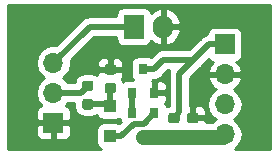
<source format=gtl>
G04 #@! TF.GenerationSoftware,KiCad,Pcbnew,6.0.0-rc1-unknown-6d2dfbb~65~ubuntu18.04.1*
G04 #@! TF.CreationDate,2018-07-21T00:59:14-07:00*
G04 #@! TF.ProjectId,ZProbe,5A50726F62652E6B696361645F706362,rev?*
G04 #@! TF.SameCoordinates,Original*
G04 #@! TF.FileFunction,Copper,L1,Top,Signal*
G04 #@! TF.FilePolarity,Positive*
%FSLAX46Y46*%
G04 Gerber Fmt 4.6, Leading zero omitted, Abs format (unit mm)*
G04 Created by KiCad (PCBNEW 6.0.0-rc1-unknown-6d2dfbb~65~ubuntu18.04.1) date Sat Jul 21 00:59:14 2018*
%MOMM*%
%LPD*%
G01*
G04 APERTURE LIST*
G04 #@! TA.AperFunction,Conductor*
%ADD10C,0.100000*%
G04 #@! TD*
G04 #@! TA.AperFunction,SMDPad,CuDef*
%ADD11C,0.875000*%
G04 #@! TD*
G04 #@! TA.AperFunction,ComponentPad*
%ADD12R,1.700000X2.000000*%
G04 #@! TD*
G04 #@! TA.AperFunction,ComponentPad*
%ADD13O,1.700000X2.000000*%
G04 #@! TD*
G04 #@! TA.AperFunction,ComponentPad*
%ADD14R,1.700000X1.700000*%
G04 #@! TD*
G04 #@! TA.AperFunction,ComponentPad*
%ADD15O,1.700000X1.700000*%
G04 #@! TD*
G04 #@! TA.AperFunction,SMDPad,CuDef*
%ADD16R,1.000000X1.000000*%
G04 #@! TD*
G04 #@! TA.AperFunction,SMDPad,CuDef*
%ADD17R,0.800000X0.900000*%
G04 #@! TD*
G04 #@! TA.AperFunction,ViaPad*
%ADD18C,0.800000*%
G04 #@! TD*
G04 #@! TA.AperFunction,Conductor*
%ADD19C,0.508000*%
G04 #@! TD*
G04 #@! TA.AperFunction,Conductor*
%ADD20C,1.270000*%
G04 #@! TD*
G04 #@! TA.AperFunction,Conductor*
%ADD21C,0.254000*%
G04 #@! TD*
G04 APERTURE END LIST*
D10*
G04 #@! TO.N,+5V*
G04 #@! TO.C,C2*
G36*
X101577691Y-57363553D02*
X101598926Y-57366703D01*
X101619750Y-57371919D01*
X101639962Y-57379151D01*
X101659368Y-57388330D01*
X101677781Y-57399366D01*
X101695024Y-57412154D01*
X101710930Y-57426570D01*
X101725346Y-57442476D01*
X101738134Y-57459719D01*
X101749170Y-57478132D01*
X101758349Y-57497538D01*
X101765581Y-57517750D01*
X101770797Y-57538574D01*
X101773947Y-57559809D01*
X101775000Y-57581250D01*
X101775000Y-58018750D01*
X101773947Y-58040191D01*
X101770797Y-58061426D01*
X101765581Y-58082250D01*
X101758349Y-58102462D01*
X101749170Y-58121868D01*
X101738134Y-58140281D01*
X101725346Y-58157524D01*
X101710930Y-58173430D01*
X101695024Y-58187846D01*
X101677781Y-58200634D01*
X101659368Y-58211670D01*
X101639962Y-58220849D01*
X101619750Y-58228081D01*
X101598926Y-58233297D01*
X101577691Y-58236447D01*
X101556250Y-58237500D01*
X101043750Y-58237500D01*
X101022309Y-58236447D01*
X101001074Y-58233297D01*
X100980250Y-58228081D01*
X100960038Y-58220849D01*
X100940632Y-58211670D01*
X100922219Y-58200634D01*
X100904976Y-58187846D01*
X100889070Y-58173430D01*
X100874654Y-58157524D01*
X100861866Y-58140281D01*
X100850830Y-58121868D01*
X100841651Y-58102462D01*
X100834419Y-58082250D01*
X100829203Y-58061426D01*
X100826053Y-58040191D01*
X100825000Y-58018750D01*
X100825000Y-57581250D01*
X100826053Y-57559809D01*
X100829203Y-57538574D01*
X100834419Y-57517750D01*
X100841651Y-57497538D01*
X100850830Y-57478132D01*
X100861866Y-57459719D01*
X100874654Y-57442476D01*
X100889070Y-57426570D01*
X100904976Y-57412154D01*
X100922219Y-57399366D01*
X100940632Y-57388330D01*
X100960038Y-57379151D01*
X100980250Y-57371919D01*
X101001074Y-57366703D01*
X101022309Y-57363553D01*
X101043750Y-57362500D01*
X101556250Y-57362500D01*
X101577691Y-57363553D01*
X101577691Y-57363553D01*
G37*
D11*
G04 #@! TD*
G04 #@! TO.P,C2,1*
G04 #@! TO.N,+5V*
X101300000Y-57800000D03*
D10*
G04 #@! TO.N,GND*
G04 #@! TO.C,C2*
G36*
X101577691Y-55788553D02*
X101598926Y-55791703D01*
X101619750Y-55796919D01*
X101639962Y-55804151D01*
X101659368Y-55813330D01*
X101677781Y-55824366D01*
X101695024Y-55837154D01*
X101710930Y-55851570D01*
X101725346Y-55867476D01*
X101738134Y-55884719D01*
X101749170Y-55903132D01*
X101758349Y-55922538D01*
X101765581Y-55942750D01*
X101770797Y-55963574D01*
X101773947Y-55984809D01*
X101775000Y-56006250D01*
X101775000Y-56443750D01*
X101773947Y-56465191D01*
X101770797Y-56486426D01*
X101765581Y-56507250D01*
X101758349Y-56527462D01*
X101749170Y-56546868D01*
X101738134Y-56565281D01*
X101725346Y-56582524D01*
X101710930Y-56598430D01*
X101695024Y-56612846D01*
X101677781Y-56625634D01*
X101659368Y-56636670D01*
X101639962Y-56645849D01*
X101619750Y-56653081D01*
X101598926Y-56658297D01*
X101577691Y-56661447D01*
X101556250Y-56662500D01*
X101043750Y-56662500D01*
X101022309Y-56661447D01*
X101001074Y-56658297D01*
X100980250Y-56653081D01*
X100960038Y-56645849D01*
X100940632Y-56636670D01*
X100922219Y-56625634D01*
X100904976Y-56612846D01*
X100889070Y-56598430D01*
X100874654Y-56582524D01*
X100861866Y-56565281D01*
X100850830Y-56546868D01*
X100841651Y-56527462D01*
X100834419Y-56507250D01*
X100829203Y-56486426D01*
X100826053Y-56465191D01*
X100825000Y-56443750D01*
X100825000Y-56006250D01*
X100826053Y-55984809D01*
X100829203Y-55963574D01*
X100834419Y-55942750D01*
X100841651Y-55922538D01*
X100850830Y-55903132D01*
X100861866Y-55884719D01*
X100874654Y-55867476D01*
X100889070Y-55851570D01*
X100904976Y-55837154D01*
X100922219Y-55824366D01*
X100940632Y-55813330D01*
X100960038Y-55804151D01*
X100980250Y-55796919D01*
X101001074Y-55791703D01*
X101022309Y-55788553D01*
X101043750Y-55787500D01*
X101556250Y-55787500D01*
X101577691Y-55788553D01*
X101577691Y-55788553D01*
G37*
D11*
G04 #@! TD*
G04 #@! TO.P,C2,2*
G04 #@! TO.N,GND*
X101300000Y-56225000D03*
D12*
G04 #@! TO.P,J2,1*
G04 #@! TO.N,Net-(J1-Pad3)*
X96300000Y-48500000D03*
D13*
G04 #@! TO.P,J2,2*
G04 #@! TO.N,GND*
X98800000Y-48500000D03*
G04 #@! TD*
D14*
G04 #@! TO.P,J1,1*
G04 #@! TO.N,GND*
X89500000Y-56640000D03*
D15*
G04 #@! TO.P,J1,2*
G04 #@! TO.N,Net-(J1-Pad2)*
X89500000Y-54100000D03*
G04 #@! TO.P,J1,3*
G04 #@! TO.N,Net-(J1-Pad3)*
X89500000Y-51560000D03*
G04 #@! TD*
D14*
G04 #@! TO.P,J3,1*
G04 #@! TO.N,Net-(J3-Pad1)*
X104000000Y-50000000D03*
D15*
G04 #@! TO.P,J3,2*
G04 #@! TO.N,GND*
X104000000Y-52540000D03*
G04 #@! TO.P,J3,3*
G04 #@! TO.N,Net-(J3-Pad3)*
X104000000Y-55080000D03*
G04 #@! TO.P,J3,4*
G04 #@! TO.N,+5V*
X104000000Y-57620000D03*
G04 #@! TD*
D10*
G04 #@! TO.N,Net-(C1-Pad1)*
G04 #@! TO.C,C1*
G36*
X94590191Y-53251053D02*
X94611426Y-53254203D01*
X94632250Y-53259419D01*
X94652462Y-53266651D01*
X94671868Y-53275830D01*
X94690281Y-53286866D01*
X94707524Y-53299654D01*
X94723430Y-53314070D01*
X94737846Y-53329976D01*
X94750634Y-53347219D01*
X94761670Y-53365632D01*
X94770849Y-53385038D01*
X94778081Y-53405250D01*
X94783297Y-53426074D01*
X94786447Y-53447309D01*
X94787500Y-53468750D01*
X94787500Y-53906250D01*
X94786447Y-53927691D01*
X94783297Y-53948926D01*
X94778081Y-53969750D01*
X94770849Y-53989962D01*
X94761670Y-54009368D01*
X94750634Y-54027781D01*
X94737846Y-54045024D01*
X94723430Y-54060930D01*
X94707524Y-54075346D01*
X94690281Y-54088134D01*
X94671868Y-54099170D01*
X94652462Y-54108349D01*
X94632250Y-54115581D01*
X94611426Y-54120797D01*
X94590191Y-54123947D01*
X94568750Y-54125000D01*
X94056250Y-54125000D01*
X94034809Y-54123947D01*
X94013574Y-54120797D01*
X93992750Y-54115581D01*
X93972538Y-54108349D01*
X93953132Y-54099170D01*
X93934719Y-54088134D01*
X93917476Y-54075346D01*
X93901570Y-54060930D01*
X93887154Y-54045024D01*
X93874366Y-54027781D01*
X93863330Y-54009368D01*
X93854151Y-53989962D01*
X93846919Y-53969750D01*
X93841703Y-53948926D01*
X93838553Y-53927691D01*
X93837500Y-53906250D01*
X93837500Y-53468750D01*
X93838553Y-53447309D01*
X93841703Y-53426074D01*
X93846919Y-53405250D01*
X93854151Y-53385038D01*
X93863330Y-53365632D01*
X93874366Y-53347219D01*
X93887154Y-53329976D01*
X93901570Y-53314070D01*
X93917476Y-53299654D01*
X93934719Y-53286866D01*
X93953132Y-53275830D01*
X93972538Y-53266651D01*
X93992750Y-53259419D01*
X94013574Y-53254203D01*
X94034809Y-53251053D01*
X94056250Y-53250000D01*
X94568750Y-53250000D01*
X94590191Y-53251053D01*
X94590191Y-53251053D01*
G37*
D11*
G04 #@! TD*
G04 #@! TO.P,C1,1*
G04 #@! TO.N,Net-(C1-Pad1)*
X94312500Y-53687500D03*
D10*
G04 #@! TO.N,GND*
G04 #@! TO.C,C1*
G36*
X94590191Y-51676053D02*
X94611426Y-51679203D01*
X94632250Y-51684419D01*
X94652462Y-51691651D01*
X94671868Y-51700830D01*
X94690281Y-51711866D01*
X94707524Y-51724654D01*
X94723430Y-51739070D01*
X94737846Y-51754976D01*
X94750634Y-51772219D01*
X94761670Y-51790632D01*
X94770849Y-51810038D01*
X94778081Y-51830250D01*
X94783297Y-51851074D01*
X94786447Y-51872309D01*
X94787500Y-51893750D01*
X94787500Y-52331250D01*
X94786447Y-52352691D01*
X94783297Y-52373926D01*
X94778081Y-52394750D01*
X94770849Y-52414962D01*
X94761670Y-52434368D01*
X94750634Y-52452781D01*
X94737846Y-52470024D01*
X94723430Y-52485930D01*
X94707524Y-52500346D01*
X94690281Y-52513134D01*
X94671868Y-52524170D01*
X94652462Y-52533349D01*
X94632250Y-52540581D01*
X94611426Y-52545797D01*
X94590191Y-52548947D01*
X94568750Y-52550000D01*
X94056250Y-52550000D01*
X94034809Y-52548947D01*
X94013574Y-52545797D01*
X93992750Y-52540581D01*
X93972538Y-52533349D01*
X93953132Y-52524170D01*
X93934719Y-52513134D01*
X93917476Y-52500346D01*
X93901570Y-52485930D01*
X93887154Y-52470024D01*
X93874366Y-52452781D01*
X93863330Y-52434368D01*
X93854151Y-52414962D01*
X93846919Y-52394750D01*
X93841703Y-52373926D01*
X93838553Y-52352691D01*
X93837500Y-52331250D01*
X93837500Y-51893750D01*
X93838553Y-51872309D01*
X93841703Y-51851074D01*
X93846919Y-51830250D01*
X93854151Y-51810038D01*
X93863330Y-51790632D01*
X93874366Y-51772219D01*
X93887154Y-51754976D01*
X93901570Y-51739070D01*
X93917476Y-51724654D01*
X93934719Y-51711866D01*
X93953132Y-51700830D01*
X93972538Y-51691651D01*
X93992750Y-51684419D01*
X94013574Y-51679203D01*
X94034809Y-51676053D01*
X94056250Y-51675000D01*
X94568750Y-51675000D01*
X94590191Y-51676053D01*
X94590191Y-51676053D01*
G37*
D11*
G04 #@! TD*
G04 #@! TO.P,C1,2*
G04 #@! TO.N,GND*
X94312500Y-52112500D03*
D16*
G04 #@! TO.P,D1,1*
G04 #@! TO.N,Net-(C1-Pad1)*
X94250000Y-55250000D03*
G04 #@! TO.P,D1,2*
G04 #@! TO.N,Net-(D1-Pad2)*
X94250000Y-57750000D03*
G04 #@! TD*
D17*
G04 #@! TO.P,Q2,3*
G04 #@! TO.N,Net-(J3-Pad1)*
X97100000Y-52100000D03*
G04 #@! TO.P,Q2,2*
G04 #@! TO.N,GND*
X98050000Y-54100000D03*
G04 #@! TO.P,Q2,1*
G04 #@! TO.N,Net-(Q1-Pad2)*
X96150000Y-54100000D03*
G04 #@! TD*
G04 #@! TO.P,Q1,1*
G04 #@! TO.N,Net-(D1-Pad2)*
X98050000Y-55800000D03*
G04 #@! TO.P,Q1,2*
G04 #@! TO.N,Net-(Q1-Pad2)*
X96150000Y-55800000D03*
G04 #@! TO.P,Q1,3*
G04 #@! TO.N,+5V*
X97100000Y-57800000D03*
G04 #@! TD*
D10*
G04 #@! TO.N,Net-(J3-Pad1)*
G04 #@! TO.C,R2*
G36*
X99977691Y-55788553D02*
X99998926Y-55791703D01*
X100019750Y-55796919D01*
X100039962Y-55804151D01*
X100059368Y-55813330D01*
X100077781Y-55824366D01*
X100095024Y-55837154D01*
X100110930Y-55851570D01*
X100125346Y-55867476D01*
X100138134Y-55884719D01*
X100149170Y-55903132D01*
X100158349Y-55922538D01*
X100165581Y-55942750D01*
X100170797Y-55963574D01*
X100173947Y-55984809D01*
X100175000Y-56006250D01*
X100175000Y-56443750D01*
X100173947Y-56465191D01*
X100170797Y-56486426D01*
X100165581Y-56507250D01*
X100158349Y-56527462D01*
X100149170Y-56546868D01*
X100138134Y-56565281D01*
X100125346Y-56582524D01*
X100110930Y-56598430D01*
X100095024Y-56612846D01*
X100077781Y-56625634D01*
X100059368Y-56636670D01*
X100039962Y-56645849D01*
X100019750Y-56653081D01*
X99998926Y-56658297D01*
X99977691Y-56661447D01*
X99956250Y-56662500D01*
X99443750Y-56662500D01*
X99422309Y-56661447D01*
X99401074Y-56658297D01*
X99380250Y-56653081D01*
X99360038Y-56645849D01*
X99340632Y-56636670D01*
X99322219Y-56625634D01*
X99304976Y-56612846D01*
X99289070Y-56598430D01*
X99274654Y-56582524D01*
X99261866Y-56565281D01*
X99250830Y-56546868D01*
X99241651Y-56527462D01*
X99234419Y-56507250D01*
X99229203Y-56486426D01*
X99226053Y-56465191D01*
X99225000Y-56443750D01*
X99225000Y-56006250D01*
X99226053Y-55984809D01*
X99229203Y-55963574D01*
X99234419Y-55942750D01*
X99241651Y-55922538D01*
X99250830Y-55903132D01*
X99261866Y-55884719D01*
X99274654Y-55867476D01*
X99289070Y-55851570D01*
X99304976Y-55837154D01*
X99322219Y-55824366D01*
X99340632Y-55813330D01*
X99360038Y-55804151D01*
X99380250Y-55796919D01*
X99401074Y-55791703D01*
X99422309Y-55788553D01*
X99443750Y-55787500D01*
X99956250Y-55787500D01*
X99977691Y-55788553D01*
X99977691Y-55788553D01*
G37*
D11*
G04 #@! TD*
G04 #@! TO.P,R2,2*
G04 #@! TO.N,Net-(J3-Pad1)*
X99700000Y-56225000D03*
D10*
G04 #@! TO.N,+5V*
G04 #@! TO.C,R2*
G36*
X99977691Y-57363553D02*
X99998926Y-57366703D01*
X100019750Y-57371919D01*
X100039962Y-57379151D01*
X100059368Y-57388330D01*
X100077781Y-57399366D01*
X100095024Y-57412154D01*
X100110930Y-57426570D01*
X100125346Y-57442476D01*
X100138134Y-57459719D01*
X100149170Y-57478132D01*
X100158349Y-57497538D01*
X100165581Y-57517750D01*
X100170797Y-57538574D01*
X100173947Y-57559809D01*
X100175000Y-57581250D01*
X100175000Y-58018750D01*
X100173947Y-58040191D01*
X100170797Y-58061426D01*
X100165581Y-58082250D01*
X100158349Y-58102462D01*
X100149170Y-58121868D01*
X100138134Y-58140281D01*
X100125346Y-58157524D01*
X100110930Y-58173430D01*
X100095024Y-58187846D01*
X100077781Y-58200634D01*
X100059368Y-58211670D01*
X100039962Y-58220849D01*
X100019750Y-58228081D01*
X99998926Y-58233297D01*
X99977691Y-58236447D01*
X99956250Y-58237500D01*
X99443750Y-58237500D01*
X99422309Y-58236447D01*
X99401074Y-58233297D01*
X99380250Y-58228081D01*
X99360038Y-58220849D01*
X99340632Y-58211670D01*
X99322219Y-58200634D01*
X99304976Y-58187846D01*
X99289070Y-58173430D01*
X99274654Y-58157524D01*
X99261866Y-58140281D01*
X99250830Y-58121868D01*
X99241651Y-58102462D01*
X99234419Y-58082250D01*
X99229203Y-58061426D01*
X99226053Y-58040191D01*
X99225000Y-58018750D01*
X99225000Y-57581250D01*
X99226053Y-57559809D01*
X99229203Y-57538574D01*
X99234419Y-57517750D01*
X99241651Y-57497538D01*
X99250830Y-57478132D01*
X99261866Y-57459719D01*
X99274654Y-57442476D01*
X99289070Y-57426570D01*
X99304976Y-57412154D01*
X99322219Y-57399366D01*
X99340632Y-57388330D01*
X99360038Y-57379151D01*
X99380250Y-57371919D01*
X99401074Y-57366703D01*
X99422309Y-57363553D01*
X99443750Y-57362500D01*
X99956250Y-57362500D01*
X99977691Y-57363553D01*
X99977691Y-57363553D01*
G37*
D11*
G04 #@! TD*
G04 #@! TO.P,R2,1*
G04 #@! TO.N,+5V*
X99700000Y-57800000D03*
D10*
G04 #@! TO.N,Net-(C1-Pad1)*
G04 #@! TO.C,R1*
G36*
X92677691Y-54638553D02*
X92698926Y-54641703D01*
X92719750Y-54646919D01*
X92739962Y-54654151D01*
X92759368Y-54663330D01*
X92777781Y-54674366D01*
X92795024Y-54687154D01*
X92810930Y-54701570D01*
X92825346Y-54717476D01*
X92838134Y-54734719D01*
X92849170Y-54753132D01*
X92858349Y-54772538D01*
X92865581Y-54792750D01*
X92870797Y-54813574D01*
X92873947Y-54834809D01*
X92875000Y-54856250D01*
X92875000Y-55293750D01*
X92873947Y-55315191D01*
X92870797Y-55336426D01*
X92865581Y-55357250D01*
X92858349Y-55377462D01*
X92849170Y-55396868D01*
X92838134Y-55415281D01*
X92825346Y-55432524D01*
X92810930Y-55448430D01*
X92795024Y-55462846D01*
X92777781Y-55475634D01*
X92759368Y-55486670D01*
X92739962Y-55495849D01*
X92719750Y-55503081D01*
X92698926Y-55508297D01*
X92677691Y-55511447D01*
X92656250Y-55512500D01*
X92143750Y-55512500D01*
X92122309Y-55511447D01*
X92101074Y-55508297D01*
X92080250Y-55503081D01*
X92060038Y-55495849D01*
X92040632Y-55486670D01*
X92022219Y-55475634D01*
X92004976Y-55462846D01*
X91989070Y-55448430D01*
X91974654Y-55432524D01*
X91961866Y-55415281D01*
X91950830Y-55396868D01*
X91941651Y-55377462D01*
X91934419Y-55357250D01*
X91929203Y-55336426D01*
X91926053Y-55315191D01*
X91925000Y-55293750D01*
X91925000Y-54856250D01*
X91926053Y-54834809D01*
X91929203Y-54813574D01*
X91934419Y-54792750D01*
X91941651Y-54772538D01*
X91950830Y-54753132D01*
X91961866Y-54734719D01*
X91974654Y-54717476D01*
X91989070Y-54701570D01*
X92004976Y-54687154D01*
X92022219Y-54674366D01*
X92040632Y-54663330D01*
X92060038Y-54654151D01*
X92080250Y-54646919D01*
X92101074Y-54641703D01*
X92122309Y-54638553D01*
X92143750Y-54637500D01*
X92656250Y-54637500D01*
X92677691Y-54638553D01*
X92677691Y-54638553D01*
G37*
D11*
G04 #@! TD*
G04 #@! TO.P,R1,1*
G04 #@! TO.N,Net-(C1-Pad1)*
X92400000Y-55075000D03*
D10*
G04 #@! TO.N,Net-(J1-Pad2)*
G04 #@! TO.C,R1*
G36*
X92677691Y-53063553D02*
X92698926Y-53066703D01*
X92719750Y-53071919D01*
X92739962Y-53079151D01*
X92759368Y-53088330D01*
X92777781Y-53099366D01*
X92795024Y-53112154D01*
X92810930Y-53126570D01*
X92825346Y-53142476D01*
X92838134Y-53159719D01*
X92849170Y-53178132D01*
X92858349Y-53197538D01*
X92865581Y-53217750D01*
X92870797Y-53238574D01*
X92873947Y-53259809D01*
X92875000Y-53281250D01*
X92875000Y-53718750D01*
X92873947Y-53740191D01*
X92870797Y-53761426D01*
X92865581Y-53782250D01*
X92858349Y-53802462D01*
X92849170Y-53821868D01*
X92838134Y-53840281D01*
X92825346Y-53857524D01*
X92810930Y-53873430D01*
X92795024Y-53887846D01*
X92777781Y-53900634D01*
X92759368Y-53911670D01*
X92739962Y-53920849D01*
X92719750Y-53928081D01*
X92698926Y-53933297D01*
X92677691Y-53936447D01*
X92656250Y-53937500D01*
X92143750Y-53937500D01*
X92122309Y-53936447D01*
X92101074Y-53933297D01*
X92080250Y-53928081D01*
X92060038Y-53920849D01*
X92040632Y-53911670D01*
X92022219Y-53900634D01*
X92004976Y-53887846D01*
X91989070Y-53873430D01*
X91974654Y-53857524D01*
X91961866Y-53840281D01*
X91950830Y-53821868D01*
X91941651Y-53802462D01*
X91934419Y-53782250D01*
X91929203Y-53761426D01*
X91926053Y-53740191D01*
X91925000Y-53718750D01*
X91925000Y-53281250D01*
X91926053Y-53259809D01*
X91929203Y-53238574D01*
X91934419Y-53217750D01*
X91941651Y-53197538D01*
X91950830Y-53178132D01*
X91961866Y-53159719D01*
X91974654Y-53142476D01*
X91989070Y-53126570D01*
X92004976Y-53112154D01*
X92022219Y-53099366D01*
X92040632Y-53088330D01*
X92060038Y-53079151D01*
X92080250Y-53071919D01*
X92101074Y-53066703D01*
X92122309Y-53063553D01*
X92143750Y-53062500D01*
X92656250Y-53062500D01*
X92677691Y-53063553D01*
X92677691Y-53063553D01*
G37*
D11*
G04 #@! TD*
G04 #@! TO.P,R1,2*
G04 #@! TO.N,Net-(J1-Pad2)*
X92400000Y-53500000D03*
D18*
G04 #@! TO.N,GND*
X99000000Y-52875000D03*
X92775000Y-50475000D03*
G04 #@! TD*
D19*
G04 #@! TO.N,Net-(C1-Pad1)*
X94075000Y-55075000D02*
X94250000Y-55250000D01*
X92400000Y-55075000D02*
X94075000Y-55075000D01*
X94312500Y-55187500D02*
X94250000Y-55250000D01*
X94312500Y-53687500D02*
X94312500Y-55187500D01*
D20*
G04 #@! TO.N,+5V*
X97100000Y-57800000D02*
X99700000Y-57800000D01*
X99700000Y-57800000D02*
X101300000Y-57800000D01*
X103820000Y-57800000D02*
X104000000Y-57620000D01*
X101300000Y-57800000D02*
X103820000Y-57800000D01*
D19*
G04 #@! TO.N,Net-(D1-Pad2)*
X96303999Y-56704001D02*
X97145999Y-56704001D01*
X95258000Y-57750000D02*
X96303999Y-56704001D01*
X97145999Y-56704001D02*
X98050000Y-55800000D01*
X94250000Y-57750000D02*
X95258000Y-57750000D01*
G04 #@! TO.N,Net-(Q1-Pad2)*
X96150000Y-54100000D02*
X96150000Y-55800000D01*
G04 #@! TO.N,Net-(J1-Pad2)*
X91800000Y-54100000D02*
X92400000Y-53500000D01*
X89500000Y-54100000D02*
X91800000Y-54100000D01*
G04 #@! TO.N,Net-(J3-Pad1)*
X97100000Y-52050000D02*
X97100000Y-52100000D01*
X102642000Y-50000000D02*
X104000000Y-50000000D01*
X100161612Y-55763388D02*
X100161612Y-52480388D01*
X99700000Y-56225000D02*
X100161612Y-55763388D01*
X97100000Y-52100000D02*
X98008000Y-52100000D01*
X98791000Y-51317000D02*
X101325000Y-51317000D01*
X100161612Y-52480388D02*
X101325000Y-51317000D01*
X98008000Y-52100000D02*
X98791000Y-51317000D01*
X101325000Y-51317000D02*
X102642000Y-50000000D01*
G04 #@! TO.N,Net-(J1-Pad3)*
X92560000Y-48500000D02*
X96300000Y-48500000D01*
X89500000Y-51560000D02*
X92560000Y-48500000D01*
G04 #@! TD*
D21*
G04 #@! TO.N,GND*
G36*
X107840001Y-58840000D02*
X104847069Y-58840000D01*
X105070625Y-58690625D01*
X105398839Y-58199418D01*
X105514092Y-57620000D01*
X105398839Y-57040582D01*
X105070625Y-56549375D01*
X104772239Y-56350000D01*
X105070625Y-56150625D01*
X105398839Y-55659418D01*
X105514092Y-55080000D01*
X105398839Y-54500582D01*
X105070625Y-54009375D01*
X104751522Y-53796157D01*
X104881358Y-53735183D01*
X105271645Y-53306924D01*
X105441476Y-52896890D01*
X105320155Y-52667000D01*
X104127000Y-52667000D01*
X104127000Y-52687000D01*
X103873000Y-52687000D01*
X103873000Y-52667000D01*
X102679845Y-52667000D01*
X102558524Y-52896890D01*
X102728355Y-53306924D01*
X103118642Y-53735183D01*
X103248478Y-53796157D01*
X102929375Y-54009375D01*
X102601161Y-54500582D01*
X102485908Y-55080000D01*
X102601161Y-55659418D01*
X102929375Y-56150625D01*
X103227761Y-56350000D01*
X102958372Y-56530000D01*
X102410000Y-56530000D01*
X102410000Y-56510750D01*
X102251250Y-56352000D01*
X101427000Y-56352000D01*
X101427000Y-56372000D01*
X101173000Y-56372000D01*
X101173000Y-56352000D01*
X101153000Y-56352000D01*
X101153000Y-56098000D01*
X101173000Y-56098000D01*
X101173000Y-55311250D01*
X101427000Y-55311250D01*
X101427000Y-56098000D01*
X102251250Y-56098000D01*
X102410000Y-55939250D01*
X102410000Y-55661191D01*
X102313327Y-55427802D01*
X102134699Y-55249173D01*
X101901310Y-55152500D01*
X101585750Y-55152500D01*
X101427000Y-55311250D01*
X101173000Y-55311250D01*
X101050612Y-55188862D01*
X101050612Y-52848623D01*
X101891706Y-52007529D01*
X101965933Y-51957933D01*
X102015531Y-51883704D01*
X102651830Y-51247405D01*
X102692191Y-51307809D01*
X102902235Y-51448157D01*
X103005708Y-51468739D01*
X102728355Y-51773076D01*
X102558524Y-52183110D01*
X102679845Y-52413000D01*
X103873000Y-52413000D01*
X103873000Y-52393000D01*
X104127000Y-52393000D01*
X104127000Y-52413000D01*
X105320155Y-52413000D01*
X105441476Y-52183110D01*
X105271645Y-51773076D01*
X104994292Y-51468739D01*
X105097765Y-51448157D01*
X105307809Y-51307809D01*
X105448157Y-51097765D01*
X105497440Y-50850000D01*
X105497440Y-49150000D01*
X105448157Y-48902235D01*
X105307809Y-48692191D01*
X105097765Y-48551843D01*
X104850000Y-48502560D01*
X103150000Y-48502560D01*
X102902235Y-48551843D01*
X102692191Y-48692191D01*
X102551843Y-48902235D01*
X102508500Y-49120139D01*
X102295130Y-49162581D01*
X102001067Y-49359067D01*
X101951471Y-49433293D01*
X100956765Y-50428000D01*
X98878550Y-50428000D01*
X98790999Y-50410585D01*
X98703448Y-50428000D01*
X98703444Y-50428000D01*
X98444130Y-50479581D01*
X98150067Y-50676067D01*
X98100471Y-50750294D01*
X97778431Y-51072334D01*
X97747765Y-51051843D01*
X97500000Y-51002560D01*
X96700000Y-51002560D01*
X96452235Y-51051843D01*
X96242191Y-51192191D01*
X96101843Y-51402235D01*
X96052560Y-51650000D01*
X96052560Y-52550000D01*
X96101843Y-52797765D01*
X96238684Y-53002560D01*
X95750000Y-53002560D01*
X95502235Y-53051843D01*
X95369636Y-53140444D01*
X95369005Y-53137273D01*
X95260557Y-52974969D01*
X95325827Y-52909698D01*
X95422500Y-52676309D01*
X95422500Y-52398250D01*
X95263750Y-52239500D01*
X94439500Y-52239500D01*
X94439500Y-52259500D01*
X94185500Y-52259500D01*
X94185500Y-52239500D01*
X93361250Y-52239500D01*
X93202500Y-52398250D01*
X93202500Y-52624502D01*
X92987727Y-52480995D01*
X92656250Y-52415060D01*
X92143750Y-52415060D01*
X91812273Y-52480995D01*
X91531261Y-52668761D01*
X91343495Y-52949773D01*
X91291534Y-53211000D01*
X90691983Y-53211000D01*
X90570625Y-53029375D01*
X90272239Y-52830000D01*
X90570625Y-52630625D01*
X90898839Y-52139418D01*
X91014092Y-51560000D01*
X91011843Y-51548691D01*
X93202500Y-51548691D01*
X93202500Y-51826750D01*
X93361250Y-51985500D01*
X94185500Y-51985500D01*
X94185500Y-51198750D01*
X94439500Y-51198750D01*
X94439500Y-51985500D01*
X95263750Y-51985500D01*
X95422500Y-51826750D01*
X95422500Y-51548691D01*
X95325827Y-51315302D01*
X95147199Y-51136673D01*
X94913810Y-51040000D01*
X94598250Y-51040000D01*
X94439500Y-51198750D01*
X94185500Y-51198750D01*
X94026750Y-51040000D01*
X93711190Y-51040000D01*
X93477801Y-51136673D01*
X93299173Y-51315302D01*
X93202500Y-51548691D01*
X91011843Y-51548691D01*
X90971477Y-51345758D01*
X92928236Y-49389000D01*
X94802560Y-49389000D01*
X94802560Y-49500000D01*
X94851843Y-49747765D01*
X94992191Y-49957809D01*
X95202235Y-50098157D01*
X95450000Y-50147440D01*
X97150000Y-50147440D01*
X97397765Y-50098157D01*
X97607809Y-49957809D01*
X97748157Y-49747765D01*
X97762388Y-49676218D01*
X97907955Y-49838664D01*
X98430740Y-50089553D01*
X98443110Y-50091476D01*
X98673000Y-49970155D01*
X98673000Y-48627000D01*
X98927000Y-48627000D01*
X98927000Y-49970155D01*
X99156890Y-50091476D01*
X99169260Y-50089553D01*
X99692045Y-49838664D01*
X100079024Y-49406812D01*
X100271284Y-48859742D01*
X100127231Y-48627000D01*
X98927000Y-48627000D01*
X98673000Y-48627000D01*
X98653000Y-48627000D01*
X98653000Y-48373000D01*
X98673000Y-48373000D01*
X98673000Y-47029845D01*
X98927000Y-47029845D01*
X98927000Y-48373000D01*
X100127231Y-48373000D01*
X100271284Y-48140258D01*
X100079024Y-47593188D01*
X99692045Y-47161336D01*
X99169260Y-46910447D01*
X99156890Y-46908524D01*
X98927000Y-47029845D01*
X98673000Y-47029845D01*
X98443110Y-46908524D01*
X98430740Y-46910447D01*
X97907955Y-47161336D01*
X97762388Y-47323782D01*
X97748157Y-47252235D01*
X97607809Y-47042191D01*
X97397765Y-46901843D01*
X97150000Y-46852560D01*
X95450000Y-46852560D01*
X95202235Y-46901843D01*
X94992191Y-47042191D01*
X94851843Y-47252235D01*
X94802560Y-47500000D01*
X94802560Y-47611000D01*
X92647556Y-47611000D01*
X92560000Y-47593584D01*
X92213129Y-47662581D01*
X92014783Y-47795112D01*
X91919067Y-47859067D01*
X91869471Y-47933293D01*
X89714242Y-50088523D01*
X89646256Y-50075000D01*
X89353744Y-50075000D01*
X88920582Y-50161161D01*
X88429375Y-50489375D01*
X88101161Y-50980582D01*
X87985908Y-51560000D01*
X88101161Y-52139418D01*
X88429375Y-52630625D01*
X88727761Y-52830000D01*
X88429375Y-53029375D01*
X88101161Y-53520582D01*
X87985908Y-54100000D01*
X88101161Y-54679418D01*
X88429375Y-55170625D01*
X88451033Y-55185096D01*
X88290302Y-55251673D01*
X88111673Y-55430301D01*
X88015000Y-55663690D01*
X88015000Y-56354250D01*
X88173750Y-56513000D01*
X89373000Y-56513000D01*
X89373000Y-56493000D01*
X89627000Y-56493000D01*
X89627000Y-56513000D01*
X90826250Y-56513000D01*
X90985000Y-56354250D01*
X90985000Y-55663690D01*
X90888327Y-55430301D01*
X90709698Y-55251673D01*
X90548967Y-55185096D01*
X90570625Y-55170625D01*
X90691983Y-54989000D01*
X91277560Y-54989000D01*
X91277560Y-55293750D01*
X91343495Y-55625227D01*
X91531261Y-55906239D01*
X91812273Y-56094005D01*
X92143750Y-56159940D01*
X92656250Y-56159940D01*
X92987727Y-56094005D01*
X93149487Y-55985921D01*
X93151843Y-55997765D01*
X93292191Y-56207809D01*
X93502235Y-56348157D01*
X93750000Y-56397440D01*
X94750000Y-56397440D01*
X94997765Y-56348157D01*
X95107500Y-56274834D01*
X95151843Y-56497765D01*
X95192361Y-56558404D01*
X95058404Y-56692361D01*
X94997765Y-56651843D01*
X94750000Y-56602560D01*
X93750000Y-56602560D01*
X93502235Y-56651843D01*
X93292191Y-56792191D01*
X93151843Y-57002235D01*
X93102560Y-57250000D01*
X93102560Y-58250000D01*
X93151843Y-58497765D01*
X93292191Y-58707809D01*
X93490027Y-58840000D01*
X85660000Y-58840000D01*
X85660000Y-56925750D01*
X88015000Y-56925750D01*
X88015000Y-57616310D01*
X88111673Y-57849699D01*
X88290302Y-58028327D01*
X88523691Y-58125000D01*
X89214250Y-58125000D01*
X89373000Y-57966250D01*
X89373000Y-56767000D01*
X89627000Y-56767000D01*
X89627000Y-57966250D01*
X89785750Y-58125000D01*
X90476309Y-58125000D01*
X90709698Y-58028327D01*
X90888327Y-57849699D01*
X90985000Y-57616310D01*
X90985000Y-56925750D01*
X90826250Y-56767000D01*
X89627000Y-56767000D01*
X89373000Y-56767000D01*
X88173750Y-56767000D01*
X88015000Y-56925750D01*
X85660000Y-56925750D01*
X85660000Y-46660000D01*
X107840000Y-46660000D01*
X107840001Y-58840000D01*
X107840001Y-58840000D01*
G37*
X107840001Y-58840000D02*
X104847069Y-58840000D01*
X105070625Y-58690625D01*
X105398839Y-58199418D01*
X105514092Y-57620000D01*
X105398839Y-57040582D01*
X105070625Y-56549375D01*
X104772239Y-56350000D01*
X105070625Y-56150625D01*
X105398839Y-55659418D01*
X105514092Y-55080000D01*
X105398839Y-54500582D01*
X105070625Y-54009375D01*
X104751522Y-53796157D01*
X104881358Y-53735183D01*
X105271645Y-53306924D01*
X105441476Y-52896890D01*
X105320155Y-52667000D01*
X104127000Y-52667000D01*
X104127000Y-52687000D01*
X103873000Y-52687000D01*
X103873000Y-52667000D01*
X102679845Y-52667000D01*
X102558524Y-52896890D01*
X102728355Y-53306924D01*
X103118642Y-53735183D01*
X103248478Y-53796157D01*
X102929375Y-54009375D01*
X102601161Y-54500582D01*
X102485908Y-55080000D01*
X102601161Y-55659418D01*
X102929375Y-56150625D01*
X103227761Y-56350000D01*
X102958372Y-56530000D01*
X102410000Y-56530000D01*
X102410000Y-56510750D01*
X102251250Y-56352000D01*
X101427000Y-56352000D01*
X101427000Y-56372000D01*
X101173000Y-56372000D01*
X101173000Y-56352000D01*
X101153000Y-56352000D01*
X101153000Y-56098000D01*
X101173000Y-56098000D01*
X101173000Y-55311250D01*
X101427000Y-55311250D01*
X101427000Y-56098000D01*
X102251250Y-56098000D01*
X102410000Y-55939250D01*
X102410000Y-55661191D01*
X102313327Y-55427802D01*
X102134699Y-55249173D01*
X101901310Y-55152500D01*
X101585750Y-55152500D01*
X101427000Y-55311250D01*
X101173000Y-55311250D01*
X101050612Y-55188862D01*
X101050612Y-52848623D01*
X101891706Y-52007529D01*
X101965933Y-51957933D01*
X102015531Y-51883704D01*
X102651830Y-51247405D01*
X102692191Y-51307809D01*
X102902235Y-51448157D01*
X103005708Y-51468739D01*
X102728355Y-51773076D01*
X102558524Y-52183110D01*
X102679845Y-52413000D01*
X103873000Y-52413000D01*
X103873000Y-52393000D01*
X104127000Y-52393000D01*
X104127000Y-52413000D01*
X105320155Y-52413000D01*
X105441476Y-52183110D01*
X105271645Y-51773076D01*
X104994292Y-51468739D01*
X105097765Y-51448157D01*
X105307809Y-51307809D01*
X105448157Y-51097765D01*
X105497440Y-50850000D01*
X105497440Y-49150000D01*
X105448157Y-48902235D01*
X105307809Y-48692191D01*
X105097765Y-48551843D01*
X104850000Y-48502560D01*
X103150000Y-48502560D01*
X102902235Y-48551843D01*
X102692191Y-48692191D01*
X102551843Y-48902235D01*
X102508500Y-49120139D01*
X102295130Y-49162581D01*
X102001067Y-49359067D01*
X101951471Y-49433293D01*
X100956765Y-50428000D01*
X98878550Y-50428000D01*
X98790999Y-50410585D01*
X98703448Y-50428000D01*
X98703444Y-50428000D01*
X98444130Y-50479581D01*
X98150067Y-50676067D01*
X98100471Y-50750294D01*
X97778431Y-51072334D01*
X97747765Y-51051843D01*
X97500000Y-51002560D01*
X96700000Y-51002560D01*
X96452235Y-51051843D01*
X96242191Y-51192191D01*
X96101843Y-51402235D01*
X96052560Y-51650000D01*
X96052560Y-52550000D01*
X96101843Y-52797765D01*
X96238684Y-53002560D01*
X95750000Y-53002560D01*
X95502235Y-53051843D01*
X95369636Y-53140444D01*
X95369005Y-53137273D01*
X95260557Y-52974969D01*
X95325827Y-52909698D01*
X95422500Y-52676309D01*
X95422500Y-52398250D01*
X95263750Y-52239500D01*
X94439500Y-52239500D01*
X94439500Y-52259500D01*
X94185500Y-52259500D01*
X94185500Y-52239500D01*
X93361250Y-52239500D01*
X93202500Y-52398250D01*
X93202500Y-52624502D01*
X92987727Y-52480995D01*
X92656250Y-52415060D01*
X92143750Y-52415060D01*
X91812273Y-52480995D01*
X91531261Y-52668761D01*
X91343495Y-52949773D01*
X91291534Y-53211000D01*
X90691983Y-53211000D01*
X90570625Y-53029375D01*
X90272239Y-52830000D01*
X90570625Y-52630625D01*
X90898839Y-52139418D01*
X91014092Y-51560000D01*
X91011843Y-51548691D01*
X93202500Y-51548691D01*
X93202500Y-51826750D01*
X93361250Y-51985500D01*
X94185500Y-51985500D01*
X94185500Y-51198750D01*
X94439500Y-51198750D01*
X94439500Y-51985500D01*
X95263750Y-51985500D01*
X95422500Y-51826750D01*
X95422500Y-51548691D01*
X95325827Y-51315302D01*
X95147199Y-51136673D01*
X94913810Y-51040000D01*
X94598250Y-51040000D01*
X94439500Y-51198750D01*
X94185500Y-51198750D01*
X94026750Y-51040000D01*
X93711190Y-51040000D01*
X93477801Y-51136673D01*
X93299173Y-51315302D01*
X93202500Y-51548691D01*
X91011843Y-51548691D01*
X90971477Y-51345758D01*
X92928236Y-49389000D01*
X94802560Y-49389000D01*
X94802560Y-49500000D01*
X94851843Y-49747765D01*
X94992191Y-49957809D01*
X95202235Y-50098157D01*
X95450000Y-50147440D01*
X97150000Y-50147440D01*
X97397765Y-50098157D01*
X97607809Y-49957809D01*
X97748157Y-49747765D01*
X97762388Y-49676218D01*
X97907955Y-49838664D01*
X98430740Y-50089553D01*
X98443110Y-50091476D01*
X98673000Y-49970155D01*
X98673000Y-48627000D01*
X98927000Y-48627000D01*
X98927000Y-49970155D01*
X99156890Y-50091476D01*
X99169260Y-50089553D01*
X99692045Y-49838664D01*
X100079024Y-49406812D01*
X100271284Y-48859742D01*
X100127231Y-48627000D01*
X98927000Y-48627000D01*
X98673000Y-48627000D01*
X98653000Y-48627000D01*
X98653000Y-48373000D01*
X98673000Y-48373000D01*
X98673000Y-47029845D01*
X98927000Y-47029845D01*
X98927000Y-48373000D01*
X100127231Y-48373000D01*
X100271284Y-48140258D01*
X100079024Y-47593188D01*
X99692045Y-47161336D01*
X99169260Y-46910447D01*
X99156890Y-46908524D01*
X98927000Y-47029845D01*
X98673000Y-47029845D01*
X98443110Y-46908524D01*
X98430740Y-46910447D01*
X97907955Y-47161336D01*
X97762388Y-47323782D01*
X97748157Y-47252235D01*
X97607809Y-47042191D01*
X97397765Y-46901843D01*
X97150000Y-46852560D01*
X95450000Y-46852560D01*
X95202235Y-46901843D01*
X94992191Y-47042191D01*
X94851843Y-47252235D01*
X94802560Y-47500000D01*
X94802560Y-47611000D01*
X92647556Y-47611000D01*
X92560000Y-47593584D01*
X92213129Y-47662581D01*
X92014783Y-47795112D01*
X91919067Y-47859067D01*
X91869471Y-47933293D01*
X89714242Y-50088523D01*
X89646256Y-50075000D01*
X89353744Y-50075000D01*
X88920582Y-50161161D01*
X88429375Y-50489375D01*
X88101161Y-50980582D01*
X87985908Y-51560000D01*
X88101161Y-52139418D01*
X88429375Y-52630625D01*
X88727761Y-52830000D01*
X88429375Y-53029375D01*
X88101161Y-53520582D01*
X87985908Y-54100000D01*
X88101161Y-54679418D01*
X88429375Y-55170625D01*
X88451033Y-55185096D01*
X88290302Y-55251673D01*
X88111673Y-55430301D01*
X88015000Y-55663690D01*
X88015000Y-56354250D01*
X88173750Y-56513000D01*
X89373000Y-56513000D01*
X89373000Y-56493000D01*
X89627000Y-56493000D01*
X89627000Y-56513000D01*
X90826250Y-56513000D01*
X90985000Y-56354250D01*
X90985000Y-55663690D01*
X90888327Y-55430301D01*
X90709698Y-55251673D01*
X90548967Y-55185096D01*
X90570625Y-55170625D01*
X90691983Y-54989000D01*
X91277560Y-54989000D01*
X91277560Y-55293750D01*
X91343495Y-55625227D01*
X91531261Y-55906239D01*
X91812273Y-56094005D01*
X92143750Y-56159940D01*
X92656250Y-56159940D01*
X92987727Y-56094005D01*
X93149487Y-55985921D01*
X93151843Y-55997765D01*
X93292191Y-56207809D01*
X93502235Y-56348157D01*
X93750000Y-56397440D01*
X94750000Y-56397440D01*
X94997765Y-56348157D01*
X95107500Y-56274834D01*
X95151843Y-56497765D01*
X95192361Y-56558404D01*
X95058404Y-56692361D01*
X94997765Y-56651843D01*
X94750000Y-56602560D01*
X93750000Y-56602560D01*
X93502235Y-56651843D01*
X93292191Y-56792191D01*
X93151843Y-57002235D01*
X93102560Y-57250000D01*
X93102560Y-58250000D01*
X93151843Y-58497765D01*
X93292191Y-58707809D01*
X93490027Y-58840000D01*
X85660000Y-58840000D01*
X85660000Y-56925750D01*
X88015000Y-56925750D01*
X88015000Y-57616310D01*
X88111673Y-57849699D01*
X88290302Y-58028327D01*
X88523691Y-58125000D01*
X89214250Y-58125000D01*
X89373000Y-57966250D01*
X89373000Y-56767000D01*
X89627000Y-56767000D01*
X89627000Y-57966250D01*
X89785750Y-58125000D01*
X90476309Y-58125000D01*
X90709698Y-58028327D01*
X90888327Y-57849699D01*
X90985000Y-57616310D01*
X90985000Y-56925750D01*
X90826250Y-56767000D01*
X89627000Y-56767000D01*
X89373000Y-56767000D01*
X88173750Y-56767000D01*
X88015000Y-56925750D01*
X85660000Y-56925750D01*
X85660000Y-46660000D01*
X107840000Y-46660000D01*
X107840001Y-58840000D01*
G36*
X99255196Y-52480388D02*
X99272613Y-52567947D01*
X99272612Y-55174101D01*
X99112273Y-55205995D01*
X99073896Y-55231637D01*
X99048157Y-55102235D01*
X98947073Y-54950953D01*
X98988327Y-54909698D01*
X99085000Y-54676309D01*
X99085000Y-54385750D01*
X98926250Y-54227000D01*
X98177000Y-54227000D01*
X98177000Y-54247000D01*
X97923000Y-54247000D01*
X97923000Y-54227000D01*
X97903000Y-54227000D01*
X97903000Y-53973000D01*
X97923000Y-53973000D01*
X97923000Y-53173750D01*
X98177000Y-53173750D01*
X98177000Y-53973000D01*
X98926250Y-53973000D01*
X99085000Y-53814250D01*
X99085000Y-53523691D01*
X98988327Y-53290302D01*
X98809699Y-53111673D01*
X98576310Y-53015000D01*
X98335750Y-53015000D01*
X98177000Y-53173750D01*
X97923000Y-53173750D01*
X97837469Y-53088219D01*
X97957809Y-53007809D01*
X97964519Y-52997767D01*
X98008000Y-53006416D01*
X98095555Y-52989000D01*
X98095556Y-52989000D01*
X98354870Y-52937419D01*
X98648933Y-52740933D01*
X98698531Y-52666704D01*
X99159236Y-52206000D01*
X99309776Y-52206000D01*
X99255196Y-52480388D01*
X99255196Y-52480388D01*
G37*
X99255196Y-52480388D02*
X99272613Y-52567947D01*
X99272612Y-55174101D01*
X99112273Y-55205995D01*
X99073896Y-55231637D01*
X99048157Y-55102235D01*
X98947073Y-54950953D01*
X98988327Y-54909698D01*
X99085000Y-54676309D01*
X99085000Y-54385750D01*
X98926250Y-54227000D01*
X98177000Y-54227000D01*
X98177000Y-54247000D01*
X97923000Y-54247000D01*
X97923000Y-54227000D01*
X97903000Y-54227000D01*
X97903000Y-53973000D01*
X97923000Y-53973000D01*
X97923000Y-53173750D01*
X98177000Y-53173750D01*
X98177000Y-53973000D01*
X98926250Y-53973000D01*
X99085000Y-53814250D01*
X99085000Y-53523691D01*
X98988327Y-53290302D01*
X98809699Y-53111673D01*
X98576310Y-53015000D01*
X98335750Y-53015000D01*
X98177000Y-53173750D01*
X97923000Y-53173750D01*
X97837469Y-53088219D01*
X97957809Y-53007809D01*
X97964519Y-52997767D01*
X98008000Y-53006416D01*
X98095555Y-52989000D01*
X98095556Y-52989000D01*
X98354870Y-52937419D01*
X98648933Y-52740933D01*
X98698531Y-52666704D01*
X99159236Y-52206000D01*
X99309776Y-52206000D01*
X99255196Y-52480388D01*
G04 #@! TD*
M02*

</source>
